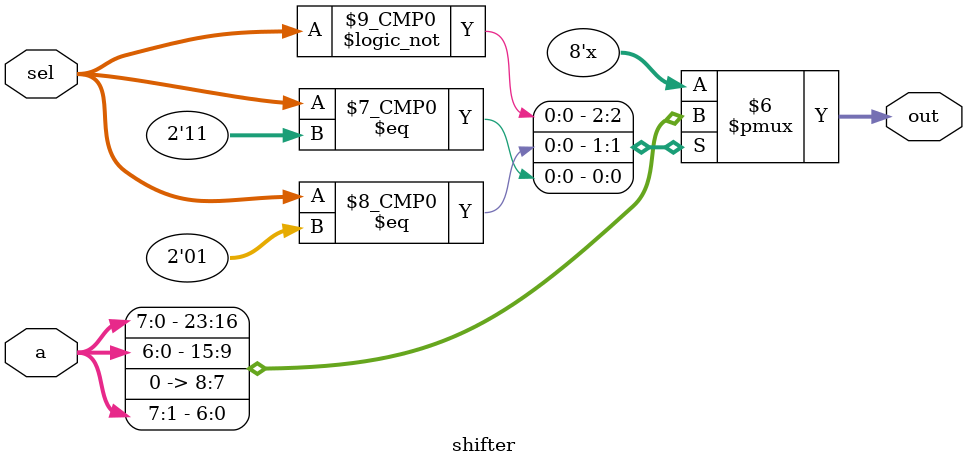
<source format=v>
module shifter (a, sel, out);
	 input [7:0] a; //a is output coming from ALU
	 input [1:0] sel; 
	 output reg [7:0] out;
  
  initial
	  begin
	  out = 0;
	  end
  always @ (*) 
  begin 
	case(sel)
		2'b00:
		begin
			out = a; 
		end
		2'b01:
		begin
		   out = a << 1;
		end
		2'b11:
		begin
		   out = a >> 1;
		end
	endcase
  end
endmodule
</source>
